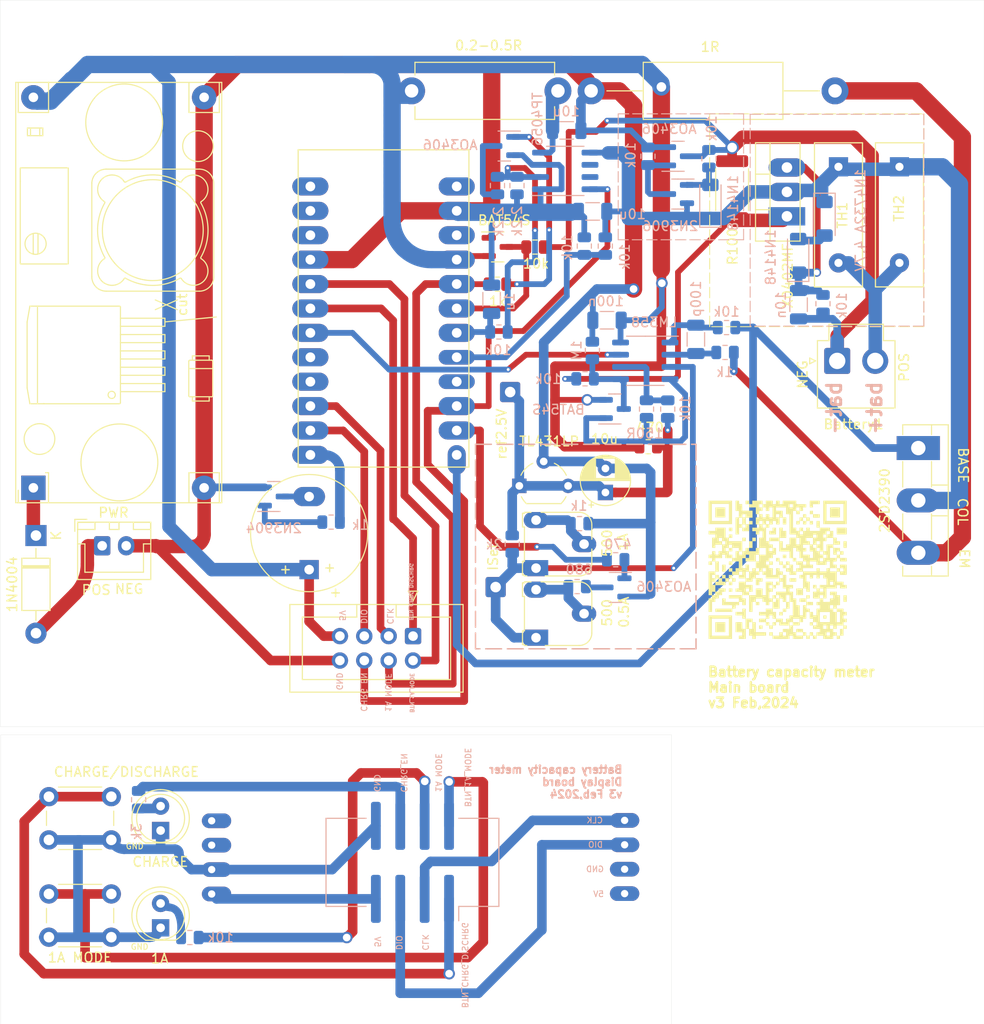
<source format=kicad_pcb>
(kicad_pcb (version 20221018) (generator pcbnew)
  (layers (0 "F.Cu" signal) (31 "B.Cu" signal) (34 "B.Paste" user) (35 "F.Paste" user) (36 "B.SilkS" user "B.Silkscreen") (37 "F.SilkS" user "F.Silkscreen") (38 "B.Mask" user) (39 "F.Mask" user) (44 "Edge.Cuts" user))
  (net 0 "")
  (net 1 "+5V")
  (net 2 "Net-(BZ1-+)")
  (net 3 "GND")
  (net 4 "Net-(U8-VCC)")
  (net 5 "I_SENSE")
  (net 6 "Net-(U2A--)")
  (net 7 "Net-(C8-Pad2)")
  (net 8 "2.5Vref")
  (net 9 "+12V")
  (net 10 "Net-(D1-A)")
  (net 11 "POLARITY_SENSE")
  (net 12 "Net-(Q1-B)")
  (net 13 "Net-(Q2-C)")
  (net 14 "DSCHRG_EN")
  (net 15 "Net-(Q3-E)")
  (net 16 "Net-(U8-PROG)")
  (net 17 "Net-(U10-D)")
  (net 18 "BUZZ")
  (net 19 "BAT_V_SENSE")
  (net 20 "ISET_Vref")
  (net 21 "Net-(R15-Pad1)")
  (net 22 "Net-(U9-G)")
  (net 23 "Net-(R17-Pad1)")
  (net 24 "!1A_MODE")
  (net 25 "Net-(U2B--)")
  (net 26 "CLK")
  (net 27 "DIO")
  (net 28 "Net-(U9-D)")
  (net 30 "CHRG_EN")
  (net 37 "Net-(Battery1-Pin_1)")
  (net 38 "Net-(Battery1-Pin_2)")
  (net 39 "BTN_CHARGE_DISCHARGE")
  (net 40 "BTN_1A_MODE")
  (net 41 "Net-(D3-A)")
  (net 42 "Net-(D4-A)")
  (net 43 "1A_MODE")
  (net 44 "Net-(U10-G)")
  (net 45 "Net-(D6-K)")
  (net 47 "Net-(D2-K)")
  (net 48 "Net-(D2-A)")
  (net 49 "Net-(D5-A)")
  (net 50 "Net-(D7-COM)")
  (net 51 "Net-(Q6-K)")
  (net 52 "OVP_SENSE")
  (footprint "Connector_JST:JST_VH_B2P-VH-B_1x02_P3.96mm_Vertical" (layer "F.Cu") (at 182.2401 85.4036)
    (fp_text reference "Battery1")
    (fp_text value "Charger" hide)
  )
  (footprint "Button_Switch_THT:SW_PUSH_6mm" (layer "F.Cu") (at 100.1534 140.879)
    (fp_text reference "SW2" hide)
    (fp_text value "1A MODE")
  )
  (footprint "!my-lib:PTC_1A_radial" (layer "F.Cu") (at 188.722 70.2056 -90)
    (fp_text reference "TH2")
    (fp_text value "1A")
  )
  (footprint "Resistor_THT:R_Axial_DIN0614_L14.3mm_D5.7mm_P15.24mm_Horizontal" (layer "F.Cu") (at 137.922 57.3024)
    (fp_text reference "R1" hide)
    (fp_text value "0.2-0.5R")
  )
  (footprint "MountingHole:MountingHole_2.2mm_M2" (layer "F.Cu") (at 162.4584 151.892 -90)
    (fp_text reference "H5" hide)
    (fp_text value "MountingHole" hide)
  )
  (footprint "Package_TO_SOT_THT:TO-92_Wide" (layer "F.Cu") (at 149.1376 98.4088)
    (fp_text reference "U6" hide)
    (fp_text value "TL431LP")
  )
  (footprint "MountingHole:MountingHole_3.2mm_M3" (layer "F.Cu") (at 193.6242 51.5874)
    (fp_text reference "H1" hide)
    (fp_text value "MountingHole" hide)
  )
  (footprint "Potentiometer_THT:Potentiometer_Runtron_RM-065_Vertical" (layer "F.Cu") (at 150.8795 114.210912 90)
    (fp_text reference "RV2" hide)
    (fp_text value "500")
  )
  (footprint "Buzzer_Beeper:Buzzer_12x9.5RM7.6" (layer "F.Cu") (at 127.254 107.1253 90)
    (fp_text reference "BZ1" hide)
    (fp_text value "Buzzer")
  )
  (footprint "!my-lib:7segments-medium" (layer "F.Cu") (at 136.603401 135.303)
    (fp_text reference "U3" hide)
    (fp_text value "TM1637Display")
  )
  (footprint "Resistor_SMD:R_0805_2012Metric" (layer "F.Cu") (at 162.56 94.3356)
    (fp_text reference "R13" hide)
    (fp_text value "470")
  )
  (footprint "MountingHole:MountingHole_3.2mm_M3" (layer "F.Cu") (at 99.497672 51.5874)
    (fp_text reference "H3" hide)
    (fp_text value "MountingHole" hide)
  )
  (footprint "Package_TO_SOT_SMD:SOT-23" (layer "F.Cu") (at 146.8859 73.5432)
    (fp_text reference "D9" hide)
    (fp_text value "BAT54S")
  )
  (footprint "Diode_THT:D_DO-41_SOD81_P10.16mm_Horizontal" (layer "F.Cu") (at 98.806 103.5793 -90)
    (fp_text reference "D1" hide)
    (fp_text value "1N4004")
  )
  (footprint "MountingHole:MountingHole_2.2mm_M2" (layer "F.Cu") (at 97.6884 126.873 -90)
    (fp_text reference "H8" hide)
    (fp_text value "MountingHole" hide)
  )
  (footprint "MountingHole:MountingHole_2.2mm_M2" (layer "F.Cu") (at 162.4584 126.746 -90)
    (fp_text reference "H6" hide)
    (fp_text value "MountingHole" hide)
  )
  (footprint "MountingHole:MountingHole_3.2mm_M3" (layer "F.Cu") (at 99.497672 119.731049)
    (fp_text reference "H4" hide)
    (fp_text value "MountingHole" hide)
  )
  (footprint "Resistor_SMD:R_0805_2012Metric" (layer "F.Cu") (at 146.8628 77.4192 180)
    (fp_text reference "R18" hide)
    (fp_text value "1k")
  )
  (footprint "MountingHole:MountingHole_3.2mm_M3" (layer "F.Cu") (at 193.6242 119.731049)
    (fp_text reference "H2" hide)
    (fp_text value "MountingHole" hide)
  )
  (footprint "Resistor_SMD:R_0805_2012Metric" (layer "F.Cu") (at 150.7744 73.5584 180)
    (fp_text reference "R22" hide)
    (fp_text value "10k")
  )
  (footprint "LED_THT:LED_D5.0mm" (layer "F.Cu") (at 111.7854 144.404 90)
    (fp_text reference "D4" hide)
    (fp_text value "1A")
  )
  (footprint "LOGO" (layer "F.Cu") (at 176.1236 107.2)
    (fp_text reference "G***" hide)
    (fp_text value "LOGO" hide)
  )
  (footprint "Potentiometer_THT:Potentiometer_Runtron_RM-065_Vertical" (layer "F.Cu") (at 150.8795 106.971912 90)
    (fp_text reference "RV1" hide)
    (fp_text value "500")
  )
  (footprint "Package_TO_SOT_THT:TO-220-3_Vertical" (layer "F.Cu") (at 177.0054 70.358 90)
    (fp_text reference "Q6" hide)
    (fp_text value "X0402MF")
  )
  (footprint "Package_TO_SOT_THT:TO-3P-3_Vertical" (layer "F.Cu") (at 190.6838 94.4736 -90)
    (fp_text reference "Q3" hide)
    (fp_text value "2SD2390")
  )
  (footprint "Capacitor_THT:CP_Radial_D5.0mm_P2.50mm" (layer "F.Cu") (at 158.1038 99.097912 90)
    (fp_text reference "C9" hide)
    (fp_text value "10u")
  )
  (footprint "Button_Switch_THT:SW_PUSH_6mm" (layer "F.Cu") (at 100.1534 130.755)
    (fp_text reference "SW1" hide)
    (fp_text value "CHARGE/DISCHARGE")
  )
  (footprint "Connector_JST:JST_XH_B2B-XH-A_1x02_P2.50mm_Vertical" (layer "F.Cu") (at 105.704 104.6461)
    (fp_text reference "J5" hide)
    (fp_text value "PWR")
  )
  (footprint "Connector_IDC:IDC-Header_2x04_P2.54mm_Vertical" (layer "F.Cu") (at 138.0744 114.046 -90)
    (fp_text reference "J3" hide)
    (fp_text value "Conn_MainBoard")
  )
  (footprint "Connector_Wire:SolderWire-0.5sqmm_1x01_D0.9mm_OD2.1mm" (layer "F.Cu") (at 146.6738 108.942312)
    (fp_text reference "TP1" hide)
    (fp_text value "ISet")
  )
  (footprint "Resistor_THT:R_Axial_DIN0614_L14.3mm_D5.7mm_P25.40mm_Horizontal" (layer "F.Cu") (at 156.6164 57.3024)
    (fp_text reference "R12" hide)
    (fp_text value "1R")
  )
  (footprint "Connector_Wire:SolderWire-0.5sqmm_1x01_D0.9mm_OD2.1mm" (layer "F.Cu") (at 148.1836 88.646)
    (fp_text reference "AREF1" hide)
    (fp_text value "Pin20")
  )
  (footprint "!my-lib:ARDUINO_PRO_MINI_NO_PRG_HEADER" (layer "F.Cu") (at 135 79.9473)
    (fp_text reference "U7" hide)
    (fp_text value "Arduino_pro_mini")
  )
  (footprint "Resistor_SMD:R_2512_6332Metric" (layer "F.Cu") (at 171.2976 67.5801 90)
    (fp_text reference "R23" hide)
    (fp_text value "R100")
  )
  (footprint "LED_THT:LED_D5.0mm" (layer "F.Cu") (at 111.7854 134.28 90)
    (fp_text reference "D3" hide)
    (fp_text value "CHARGE")
  )
  (footprint "!my-lib:PTC_1A_radial" (layer "F.Cu") (at 182.372 70.2056 -90)
    (fp_text reference "TH1")
    (fp_text value "1A")
  )
  (footprint "!my-lib:LM2596_StepDown_pot" (layer "F.Cu") (at 95.9975 101.1548 90)
    (fp_text reference "U1" hide)
    (fp_text value "LM2596_StepDown_Module")
  )
  (footprint "MountingHole:MountingHole_2.2mm_M2" (layer "F.Cu") (at 97.5614 151.892 -90)
    (fp_text reference "H7" hide)
    (fp_text value "MountingHole" hide)
  )
  (footprint "Resistor_SMD:R_0805_2012Metric" (layer "B.Cu") (at 148.401 104.471912 -90)
    (fp_text reference "R14" hide)
    (fp_text value "2k")
  )
  (footprint "Capacitor_SMD:C_1206_3216Metric" (layer "B.Cu") (at 167.5222 83.1618 90)
    (fp_text reference "C8" hide)
    (fp_text value "100p")
  )
  (footprint "Package_TO_SOT_SMD:SOT-23" (layer "B.Cu") (at 123.571 99.5153)
    (fp_text reference "Q1" hide)
    (fp_text value "2N3904")
  )
  (footprint "Resistor_SMD:R_0805_2012Metric" (layer "B.Cu") (at 155.4114 102.338312)
    (fp_text reference "R15" hide)
    (fp_text value "1k")
  )
  (footprint "Resistor_SMD:R_0805_2012Metric" (layer "B.Cu") (at 114.8334 145.415 180)
    (fp_text reference "R20" hide)
    (fp_text value "10k")
  )
  (footprint "Capacitor_SMD:C_1206_3216Metric" (layer "B.Cu") (at 156.7688 69.85 180)
    (fp_text reference "C6" hide)
    (fp_text value "10u")
  )
  (footprint "Package_TO_SOT_SMD:SOT-23" (layer "B.Cu") (at 159.1475 108.977912 180)
    (fp_text reference "U9" hide)
    (fp_text value "AO3406")
  )
  (footprint "Capacitor_SMD:C_1206_3216Metric" (layer "B.Cu") (at 158.2699 81.1738 180)
    (fp_text reference "C2" hide)
    (fp_text value "100n")
  )
  (footprint "Resistor_SMD:R_0805_2012Metric" (layer "B.Cu") (at 180.75835 79.453 -90)
    (fp_text reference "R21" hide)
    (fp_text value "10k")
  )
  (footprint "Package_SO:SO-8_3.9x4.9mm_P1.27mm" (layer "B.Cu") (at 153.924 65.6336)
    (fp_text reference "U8" hide)
    (fp_text value "TP4056")
  )
  (footprint "Package_TO_SOT_SMD:SOT-23" (layer "B.Cu") (at 165.6588 68.0416 180)
    (fp_text reference "Q2" hide)
    (fp_text value "2N3906")
  )
  (footprint "Diode_SMD:D_MiniMELF" (layer "B.Cu") (at 180.919 70.612 -90)
    (fp_text reference "D5" hide)
    (fp_text value "1N4732A 4.7V")
  )
  (footprint "Connector_IDC:IDC-Header_2x04_P2.54mm_Vertical_SMD" (layer "B.Cu") (at 138.010401 137.589 90)
    (fp_text reference "J4" hide)
    (fp_text value "Conn_DisplayBoard")
  )
  (footprint "Diode_SMD:D_MiniMELF" (layer "B.Cu") (at 178.1758 74.4728 90)
    (fp_text reference "D6" hide)
    (fp_text value "1N4148")
  )
  (footprint "Package_TO_SOT_SMD:SOT-23" (layer "B.Cu") (at 147.574 63.0428 180)
    (fp_text reference "U10" hide)
    (fp_text value "AO3406")
  )
  (footprint "Package_TO_SOT_SMD:SOT-23" (layer "B.Cu") (at 165.6588 64.1096)
    (fp_text reference "U5" hide)
    (fp_text value "AO3406")
  )
  (footprint "Resistor_SMD:R_0805_2012Metric" (layer "B.Cu") (at 155.1574 108.891512)
    (fp_text reference "R17" hide)
    (fp_text value "680")
  )
  (footprint "Resistor_SMD:R_0805_2012Metric" (layer "B.Cu") (at 147.0152 82.3976 180)
    (fp_text reference "R2" hide)
    (fp_text value "10k")
  )
  (footprint "Capacitor_SMD:C_1206_3216Metric" (layer "B.Cu") (at 154.0764 61.4172)
    (fp_text reference "C4" hide)
    (fp_text value "10u")
  )
  (footprint "Resistor_SMD:R_0805_2012Metric" (layer "B.Cu") (at 164.592 90.424 90)
    (fp_text reference "R25" hide)
    (fp_text value "10k")
  )
  (footprint "Package_SO:SO-8_3.9x4.9mm_P1.27mm" (layer "B.Cu") (at 162.2552 85.3948 180)
    (fp_text reference "U2" hide)
    (fp_text value "LM358")
  )
  (footprint "Resistor_SMD:R_0805_2012Metric" (layer "B.Cu") (at 156.7459 84.3234 90)
    (fp_text reference "R27" hide)
    (fp_text value "1M")
  )
  (footprint "Resistor_SMD:R_0805_2012Metric" (layer "B.Cu") (at 162.5323 64.1096 -90)
    (fp_text reference "R7" hide)
    (fp_text value "10k")
  )
  (footprint "Resistor_SMD:R_0805_2012Metric" (layer "B.Cu") (at 170.7159 81.9358)
    (fp_text reference "R11" hide)
    (fp_text value "10k")
  )
  (footprint "Diode_SMD:D_MiniMELF" (layer "B.Cu") (at 169.0347 68.834 90)
    (fp_text reference "D2" hide)
    (fp_text value "1N4148")
  )
  (footprint "Resistor_SMD:R_0805_2012Metric" (layer "B.Cu") (at 129.54 102.1823 180)
    (fp_text reference "R5" hide)
    (fp_text value "1k")
  )
  (footprint "Resistor_SMD:R_0805_2012Metric" (layer "B.Cu") (at 109.4994 131.069 -90)
    (fp_text reference "R19" hide)
    (fp_text value "3k")
  )
  (footprint "Resistor_SMD:R_0805_2012Metric" (layer "B.Cu") (at 162.3847 90.4194 -90)
    (fp_text reference "R26" hide)
    (fp_text value "150R")
  )
  (footprint "Capacitor_SMD:C_1206_3216Metric" (layer "B.Cu") (at 178.21835 79.5546 -90)
    (fp_text reference "C1" hide)
    (fp_text value "10n")
  )
  (footprint "Resistor_SMD:R_0805_2012Metric" (layer "B.Cu") (at 155.9839 87.2698)
    (fp_text reference "R24" hide)
    (fp_text value "10k")
  )
  (footprint "Resistor_SMD:R_0805_2012Metric" (layer "B.Cu") (at 146.8628 67.1576 -90)
    (fp_text reference "R4" hide)
    (fp_text value "2.2k")
  )
  (footprint "Resistor_SMD:R_0805_2012Metric" (layer "B.Cu") (at 155.9052 73.4568 90)
    (fp_text reference "R10" hide)
    (fp_text value "10k")
  )
  (footprint "Resistor_SMD:R_0805_2012Metric" (layer "B.Cu") (at 170.5635 84.5266)
    (fp_text reference "R9" hide)
    (fp_text value "1k")
  )
  (footprint "Capacitor_SMD:C_1206_3216Metric" (layer "B.Cu") (at 146.2532 78.9922 90)
    (fp_text reference "C5" hide)
    (fp_text value "1u")
  )
  (footprint "Resistor_SMD:R_0805_2012Metric" (layer "B.Cu") (at 158.0896 73.4568 -90)
    (fp_text reference "R6" hide)
    (fp_text value "10k")
  )
  (footprint "Resistor_SMD:R_0805_2012Metric" (layer "B.Cu") (at 148.8948 67.1576 -90)
    (fp_text reference "R3" hide)
    (fp_text value "2.2k")
  )
  (footprint "Resistor_SMD:R_0805_2012Metric" (layer "B.Cu") (at 168.8823 64.3636 -90)
    (fp_text reference "R8" hide)
    (fp_text value "10k")
  )
  (footprint "Resistor_SMD:R_0805_2012Metric" (layer "B.Cu") (at 159.1725 106.097512 180)
    (fp_text reference "R16" hide)
    (fp_text value "470")
  )
  (footprint "Package_TO_SOT_SMD:SOT-23" (layer "B.Cu") (at 159.0779 90.4088)
    (fp_text reference "D7" hide)
    (fp_text value "BAT54S")
  )
  (gr_rect (start 159.4358 59.69) (end 172.4914 72.7964) (stroke (width 0.1) (type dash)) (fill none) (layer "B.SilkS"))
  (gr_rect (start 144.5768 94.0816) (end 167.5384 115.3668) (stroke (width 0.15) (type dash)) (fill none) (layer "B.SilkS"))
  (gr_rect (start 173.1772 59.7408) (end 191.262 81.788) (stroke (width 0.1) (type dash)) (fill none) (layer "B.SilkS"))
  (gr_rect (start 168.9608 59.69) (end 191.262 81.8388) (stroke (width 0.1) (type dash)) (fill none) (layer "F.SilkS"))
  (gr_rect (start 95.1484 124.333) (end 164.9984 154.432) (stroke (width 0.02)) (fill none) (layer "Edge.Cuts"))
  (gr_rect (start 95.072 47.8559) (end 197.5296 123.4543) (stroke (width 0.02)) (fill none) (layer "Edge.Cuts"))
  (gr_text "GND" (at 133.969001 130.3166 270) (layer "B.SilkS") (effects (font (size 0.6 0.6) (thickness 0.1) bold) (justify left bottom mirror)))
  (gr_text "CLK" (at 135.3312 112.8776 -90) (layer "B.SilkS") (effects (font (size 0.6 0.6) (thickness 0.1) bold) (justify left bottom mirror)))
  (gr_text "CHRG_EN" (at 132.588 121.9708 270) (layer "B.SilkS") (effects (font (size 0.6 0.6) (thickness 0.1) bold) (justify left bottom mirror)))
  (gr_text "5V" (at 130.3528 112.522 -90) (layer "B.SilkS") (effects (font (size 0.6 0.6) (thickness 0.1) bold) (justify left bottom mirror)))
  (gr_text "5V" (at 157.997401 141.2386) (layer "B.SilkS") (effects (font (size 0.6 0.6) (thickness 0.1) bold) (justify left bottom mirror)))
  (gr_text "BTN_1A_MODE" (at 143.417801 131.8914 270) (layer "B.SilkS") (effects (font (size 0.6 0.6) (thickness 0.1) bold) (justify left bottom mirror)))
  (gr_text "BTN_CHRG_DISCHRG\n" (at 143.113001 152.821 270) (layer "B.SilkS") (effects (font (size 0.6 0.6) (thickness 0.1) bold) (justify left bottom mirror)))
  (gr_text "1A MODE" (at 140.369801 130.3166 270) (layer "B.SilkS") (effects (font (size 0.6 0.6) (thickness 0.1) bold) (justify left bottom mirror)))
  (gr_text "bat-" (at 182.8 87.4 90) (layer "B.SilkS") (effects (font (size 1.5 1.5) (thickness 0.3) bold) (justify left bottom mirror)))
  (gr_text "1A MODE" (at 135.128 121.9708 270) (layer "B.SilkS") (effects (font (size 0.6 0.6) (thickness 0.1) bold) (justify left bottom mirror)))
  (gr_text "CLK" (at 157.895801 133.5678) (layer "B.SilkS") (effects (font (size 0.6 0.6) (thickness 0.1) bold) (justify left bottom mirror)))
  (gr_text "5V" (at 134.019801 146.471 -90) (layer "B.SilkS") (effects (font (size 0.6 0.6) (thickness 0.1) bold) (justify left bottom mirror)))
  (gr_text "GND" (at 130.048 119.7356 270) (layer "B.SilkS") (effects (font (size 0.6 0.6) (thickness 0.1) bold) (justify left bottom mirror)))
  (gr_text "CLK" (at 138.998201 146.8266 -90) (layer "B.SilkS") (effects (font (size 0.6 0.6) (thickness 0.1) bold) (justify left bottom mirror)))
  (gr_text "CHRG_EN" (at 136.763001 130.3674 270) (layer "B.SilkS") (effects (font (size 0.6 0.6) (thickness 0.1) bold) (justify left bottom mirror)))
  (gr_text "BTN_CHRG_DISCHRG\n" (at 137.6172 112.4712 270) (layer "B.SilkS") (effects (font (size 0.4 0.4) (thickness 0.1) bold) (justify left bottom mirror)))
  (gr_text "bat+" (at 187 87.4 90) (layer "B.SilkS") (effects (font (size 1.5 1.5) (thickness 0.3) bold) (justify left bottom mirror)))
  (gr_text "DIO" (at 132.588 112.8268 -90) (layer "B.SilkS") (effects (font (size 0.6 0.6) (thickness 0.1) bold) (justify left bottom mirror)))
  (gr_text "DIO" (at 157.895801 136.1078) (layer "B.SilkS") (effects (font (size 0.6 0.6) (thickness 0.1) bold) (justify left bottom mirror)))
  (gr_text "DIO" (at 136.255001 146.7758 -90) (layer "B.SilkS") (effects (font (size 0.6 0.6) (thickness 0.1) bold) (justify left bottom mirror)))
  (gr_text "Battery capacity meter\nDisplay board\nv3 Feb,2024" (at 159.978601 130.977) (layer "B.SilkS") (effects (font (size 0.8 0.8) (thickness 0.2) bold) (justify left bottom mirror)))
  (gr_text "GND" (at 157.997401 138.6478) (layer "B.SilkS") (effects (font (size 0.6 0.6) (thickness 0.1) bold) (justify left bottom mirror)))
  (gr_text "BTN_1A_MODE" (at 137.7188 122.0724 270) (layer "B.SilkS") (effects (font (size 0.4 0.4) (thickness 0.1) bold) (justify left bottom mirror)))
  (gr_text "GND" (at 108.111801 136.2602) (layer "F.SilkS") (effects (font (size 0.6 0.6) (thickness 0.1) bold) (justify left bottom)))
  (gr_text "COL" (at 194.7164 99.568 -90) (layer "F.SilkS") (effects (font (size 1 1) (thickness 0.152)) (justify left bottom)))
  (gr_text "GND" (at 108.619801 146.725) (layer "F.SilkS") (effects (font (size 0.6 0.6) (thickness 0.1) bold) (justify left bottom)))
  (gr_text "EM" (at 194.8984 104.862 -90) (layer "F.SilkS") (effects (font (size 1 1) (thickness 0.152)) (justify left bottom)))
  (gr_text "0.5A" (at 160.6185 113.274912 90) (layer "F.SilkS") (effects (font (size 1 1) (thickness 0.152)) (justify left bottom)))
  (gr_text "NEG" (at 179.2224 88.392 90) (layer "F.SilkS") (effects (font (size 1 1) (thickness 0.152)) (justify left bottom)))
  (gr_text "+" (at 129.3876 107.0337 180) (layer "F.SilkS") (effects (font (size 1 1))))
  (gr_text "+" (at 129.286 110.0563) (layer "F.SilkS") (effects (font (size 1 1) (thickness 0.152)) (justify left bottom)))
  (gr_text "POS" (at 103.4796 109.8277) (layer "F.SilkS") (effects (font (size 1 1) (thickness 0.152)) (justify left bottom)))
  (gr_text "POS" (at 189.7888 87.6808 90) (layer "F.SilkS") (effects (font (size 1 1) (thickness 0.152)) (justify left bottom)))
  (gr_text "BASE" (at 194.7714 94.321 -90) (layer "F.SilkS") (effects (font (size 1 1) (thickness 0.152)) (justify left bottom)))
  (gr_text "1A" (at 160.4915 105.273912 90) (layer "F.SilkS") (effects (font (size 1 1) (thickness 0.152)) (justify left bottom)))
  (gr_text "ref2.5V" (at 147.8788 95.758 90) (layer "F.SilkS") (effects (font (size 1 1) (thickness 0.152)) (justify left bottom)))
  (gr_text "Battery capacity meter\nMain board\nv3 Feb,2024" (at 168.656 121.5764) (layer "F.SilkS") (effects (font (size 1 1) (thickness 0.25) bold) (justify left bottom)))
  (gr_text "NEG" (at 106.934 109.7261) (layer "F.SilkS") (effects (font (size 1 1) (thickness 0.152)) (justify left bottom)))
  (segment (start 163.9316 56.896) (end 163.9316 75.8952) (width 1.8) (layer "F.Cu") (net 1))
  (segment (start 163.9316 75.8952) (end 163.9316 85.9536) (width 1) (layer "F.Cu") (net 1))
  (segment (start 145.9484 74.4932) (end 142.9941 74.4932) (width 0.6) (layer "F.Cu") (net 1))
  (segment (start 156.21 89.4588) (end 152.8572 89.4588) (width 0.6) (layer "F.Cu") (net 1))
  (segment (start 152.8572 85.9536) (end 152.8572 89.4588) (width 1) (layer "F.Cu") (net 1))
  (segment (start 130.4544 114.046) (end 128.778 114.046) (width 1) (layer "F.Cu") (net 1))
  (segment (start 128.778 114.046) (end 127.254 112.522) (width 1) (layer "F.Cu") (net 1))
  (segment (start 152.8572 89.4588) (end 152.8572 93.3196) (width 1) (layer "F.Cu") (net 1))
  (segment (start 127.254 112.522) (end 127.254 107.1253) (width 1) (layer "F.Cu") (net 1))
  (segment (start 161.6475 94.3356) (end 153.8732 94.3356) (width 1) (layer "F.Cu") (net 1))
  (segment (start 163.9316 85.9536) (end 152.8572 85.9536) (width 1) (layer "F.Cu") (net 1))
  (segment (start 153.8732 94.3356) (end 152.8572 93.3196) (width 1) (layer "F.Cu") (net 1))
  (via (at 156.21 89.4588) (size 1.2) (drill 0.8) (layers "F.Cu" "B.Cu") (net 1))
  (via (at 163.9316 56.896) (size 1.4) (drill 1) (layers "F.Cu" "B.Cu") (net 1))
  (via (at 163.9824 77.3176) (size 1.2) (drill 0.8) (layers "F.Cu" "B.Cu") (net 1))
  (segment (start 135.89 61.25655) (end 135.89 61.95505) (width 1.8) (layer "B.Cu") (net 1))
  (segment (start 135.89 56.557298) (end 135.89 56.684361) (width 1.8) (layer "B.Cu") (net 1))
  (segment (start 135.89 61.95505) (end 135.89 62.65355) (width 1.8) (layer "B.Cu") (net 1))
  (segment (start 135.89 63.35205) (end 135.89 64.05055) (width 1.8) (layer "B.Cu") (net 1))
  (segment (start 135.89 57.367238) (end 135.89 57.462362) (width 1.8) (layer "B.Cu") (net 1))
  (segment (start 135.89 60.55805) (end 135.89 61.25655) (width 1.8) (layer "B.Cu") (net 1))
  (segment (start 102.615171 56.151092) (end 102.548108 56.151092) (width 1.8) (layer "B.Cu") (net 1))
  (segment (start 163.8808 56.8452) (end 163.9316 56.896) (width 1.8) (layer "B.Cu") (net 1))
  (segment (start 163.9824 79.8068) (end 162.6154 81.1738) (width 0.6) (layer "B.Cu") (net 1))
  (segment (start 135.89 65.44755) (end 135.89 66.14605) (width 1.8) (layer "B.Cu") (net 1))
  (segment (start 130.9624 54.5573) (end 161.8977 54.5573) (width 1.8) (layer "B.Cu") (net 1))
  (segment (start 135.89 68.24155) (end 135.89 68.94005) (width 1.8) (layer "B.Cu") (net 1))
  (segment (start 135.89 62.65355) (end 135.89 63.35205) (width 1.8) (layer "B.Cu") (net 1))
  (segment (start 117.1253 107.1253) (end 127.254 107.1253) (width 1.4) (layer "B.Cu") (net 1))
  (segment (start 112.6625 102.6625) (end 117.1253 107.1253) (width 1.4) (layer "B.Cu") (net 1))
  (segment (start 159.7449 81.1738) (end 162.6154 81.1738) (width 0.6) (layer "B.Cu") (net 1))
  (segment (start 117.609401 141.389) (end 117.103401 140.883) (width 1) (layer "B.Cu") (net 1))
  (segment (start 135.89 56.684361) (end 135.89 56.938487) (width 1.8) (layer "B.Cu") (net 1))
  (segment (start 135.89 64.74905) (end 135.89 65.44755) (width 1.8) (layer "B.Cu") (net 1))
  (segment (start 133.546856 54.5573) (end 130.9624 54.5573) (width 1.8) (layer "B.Cu") (net 1))
  (segment (start 135.89 59.16105) (end 135.89 59.85955) (width 1.8) (layer "B.Cu") (net 1))
  (segment (start 135.89 70.33705) (end 135.89 70.765122) (width 1.8) (layer "B.Cu") (net 1))
  (segment (start 130.9624 54.5573) (end 110.8456 54.5573) (width 1.8) (layer "B.Cu") (net 1))
  (segment (start 139.992177 74.8673) (end 142.62 74.8673) (width 1.8) (layer "B.Cu") (net 1))
  (segment (start 135.89 57.462362) (end 135.89 57.76405) (width 1.8) (layer "B.Cu") (net 1))
  (segment (start 135.89 64.05055) (end 135.89 64.74905) (width 1.8) (layer "B.Cu") (net 1))
  (segment (start 135.89 58.46255) (end 135.89 59.16105) (width 1.8) (layer "B.Cu") (net 1))
  (segment (start 100.33 58.3692) (end 98.9319 58.3692) (width 1.8) (layer "B.Cu") (net 1))
  (segment (start 135.89 66.14605) (end 135.89 66.84455) (width 1.8) (layer "B.Cu") (net 1))
  (segment (start 112.6625 56.3742) (end 112.6625 102.6625) (width 1.4) (layer "B.Cu") (net 1))
  (segment (start 98.9319 58.3692) (end 98.5375 57.9748) (width 1.8) (layer "B.Cu") (net 1))
  (segment (start 135.89 57.272114) (end 135.89 57.367238) (width 1.8) (layer "B.Cu") (net 1))
  (segment (start 135.89 57.76405) (end 135.89 58.46255) (width 1.8) (layer "B.Cu") (net 1))
  (segment (start 135.89 56.938487) (end 135.89 57.272114) (width 1.8) (layer "B.Cu") (net 1))
  (segment (start 135.89 69.63855) (end 135.89 70.33705) (width 1.8) (layer "B.Cu") (net 1))
  (segment (start 135.89 57.76405) (end 137.72325 57.76405) (width 1.8) (layer "B.Cu") (net 1))
  (segment (start 163.9824 77.3176) (end 163.9824 79.8068) (width 0.6) (layer "B.Cu") (net 1))
  (segment (start 135.89 59.85955) (end 135.89 60.55805) (width 1.8) (layer "B.Cu") (net 1))
  (segment (start 161.8977 54.5573) (end 163.8808 56.5404) (width 1.8) (layer "B.Cu") (net 1))
  (segment (start 110.8456 54.5573) (end 104.208963 54.5573) (width 1.8) (layer "B.Cu") (net 1))
  (segment (start 134.200401 141.389) (end 117.609401 141.389) (width 1) (layer "B.Cu") (net 1))
  (segment (start 135.89 68.94005) (end 135.89 69.63855) (width 1.8) (layer "B.Cu") (net 1))
  (segment (start 102.615171 56.151092) (end 104.208963 54.5573) (width 1.8) (layer "B.Cu") (net 1))
  (segment (start 112.6625 56.3742) (end 110.8456 54.5573) (width 1.4) (layer "B.Cu") (net 1))
  (segment (start 159.6802 83.4898) (end 159.6802 81.2385) (width 0.6) (layer "B.Cu") (net 1))
  (segment (start 135.89 67.54305) (end 135.89 68.24155) (width 1.8) (layer "B.Cu") (net 1))
  (segment (start 102.548108 56.151092) (end 100.33 58.3692) (width 1.8) (layer "B.Cu") (net 1))
  (segment (start 135.89 66.84455) (end 135.89 67.54305) (width 1.8) (layer "B.Cu") (net 1))
  (segment (start 163.8808 56.5404) (end 163.8808 56.8452) (width 1.8) (layer "B.Cu") (net 1))
  (segment (start 158.1404 89.4588) (end 156.21 89.4588) (width 0.6) (layer "B.Cu") (net 1))
  (arc (start 137.0915 73.6658) (mid 138.422342 74.55504) (end 139.992177 74.8673) (width 1.8) (layer "B.Cu") (net 1))
  (arc (start 137.0915 73.6658) (mid 136.202259 72.334957) (end 135.89 70.765122) (width 1.8) (layer "B.Cu") (net 1))
  (arc (start 135.89 56.557298) (mid 135.203709 55.143085) (end 133.546856 54.5573) (width 1.8) (layer "B.Cu") (net 1))
  (segment (start 127.236928 99.5153) (end 124.5085 99.5153) (width 0.6) (layer "B.Cu") (net 2))
  (segment (start 142.62 69.7873) (end 136.7655 69.7873) (width 1.8) (layer "F.Cu") (net 3))
  (segment (start 154.4828 54.5592) (end 145.8976 54.5592) (width 1.8) (layer "F.Cu") (net 3))
  (segment (start 111.379 104.7223) (end 111.3028 104.6461) (width 1.4) (layer "F.Cu") (net 3))
  (segment (start 156.1592 56.2864) (end 154.4828 54.61) (width 1.8) (layer "F.Cu") (net 3))
  (segment (start 136.7655 69.7873) (end 131.6855 74.8673) (width 1.8) (layer "F.Cu") (net 3))
  (segment (start 131.6855 74.8673) (end 127.38 74.8673) (width 1.8) (layer "F.Cu") (net 3))
  (segment (start 119.7331 54.5592) (end 116.3175 57.9748) (width 1.8) (layer "F.Cu") (net 3))
  (segment (start 159.512 57.3024) (end 161.036 58.8264) (width 1.8) (layer "F.Cu") (net 3))
  (segment (start 119.7331 54.5592) (end 145.8976 54.5592) (width 1.8) (layer "F.Cu") (net 3))
  (segment (start 146.2651 69.7873) (end 146.2651 54.9267) (width 1.8) (layer "F.Cu") (net 3))
  (segment (start 146.2651 54.9267) (end 145.8976 54.5592) (width 1.8) (layer "F.Cu") (net 3))
  (segment (start 116.3175 103.446237) (end 116.3175 98.6148) (width 1.4) (layer "F.Cu") (net 3))
  (segment (start 154.4828 54.61) (end 154.4828 54.5592) (width 1.8) (layer "F.Cu") (net 3))
  (segment (start 142.62 69.7873) (end 146.2651 69.7873) (width 1.8) (layer "F.Cu") (net 3))
  (segment (start 146.2651 72.2765) (end 146.2651 69.7873) (width 0.6) (layer "F.Cu") (net 3))
  (segment (start 156.6164 57.3024) (end 159.512 57.3024) (width 1.8) (layer "F.Cu") (net 3))
  (segment (start 161.036 58.8264) (end 161.036 77.9272) (width 1.8) (layer "F.Cu") (net 3))
  (segment (start 123.2427 116.586) (end 111.379 104.7223) (width 1) (layer "F.Cu") (net 3))
  (segment (start 130.4544 116.586) (end 123.2427 116.586) (width 1) (layer "F.Cu") (net 3))
  (segment (start 115.041437 104.7223) (end 111.379 104.7223) (width 1.4) (layer "F.Cu") (net 3))
  (segment (start 111.3028 104.6461) (end 108.204 104.6461) (width 1.4) (layer "F.Cu") (net 3))
  (segment (start 145.9484 72.5932) (end 146.2651 72.2765) (width 0.6) (layer "F.Cu") (net 3))
  (segment (start 116.3175 57.9748) (end 116.3175 98.6148) (width 1.8) (layer "F.Cu") (net 3))
  (via (at 161.036 77.9272) (size 1.2) (drill 0.8) (layers "F.Cu" "B.Cu") (net 3))
  (arc (start 115.94375 104.34855) (mid 115.529765 104.625165) (end 115.041437 104.7223) (width 1.4) (layer "F.Cu") (net 3))
  (arc (start 116.3175 103.446237) (mid 116.220365 103.934565) (end 115.94375 104.34855) (width 1.4) (layer "F.Cu") (net 3))
  (segment (start 165.9382 93.7768) (end 161.8234 93.7768) (width 0.6) (layer "B.Cu") (net 3))
  (segment (start 156.7459 83.4109) (end 156.7459 81.2228) (width 0.6) (layer "B.Cu") (net 3))
  (segment (start 162.685288 102.338312) (end 162.814 102.2096) (width 1) (layer "B.Cu") (net 3))
  (segment (start 151.349 67.5386) (end 151.349 69.6984) (width 0.6) (layer "B.Cu") (net 3))
  (segment (start 106.1064 145.384) (end 99.6064 145.384) (width 1) (layer "B.Cu") (net 3))
  (segment (start 155.5514 58.3674) (end 156.6164 57.3024) (width 1) (layer "B.Cu") (net 3))
  (segment (start 150.474001 64.9986) (end 149.468201 63.9928) (width 0.6) (layer "B.Cu") (net 3))
  (segment (start 111.7854 134.244) (end 111.7854 136.058) (width 1) (layer "B.Cu") (net 3))
  (segment (start 142.62 69.7873) (end 142.7693 69.9366) (width 1.8) (layer "B.Cu") (net 3))
  (segment (start 134.200401 133.789) (end 129.646401 138.343) (width 1) (layer "B.Cu") (net 3))
  (segment (start 151.6776 95.8688) (end 151.6776 83.4756) (width 1) (layer "B.Cu") (net 3))
  (segment (start 156.1084 93.7641) (end 156.1211 93.7768) (width 0.6) (layer "B.Cu") (net 3))
  (segment (start 122.6335 98.5653) (end 116.367 98.5653) (width 0.8) (layer "B.Cu") (net 3))
  (segment (start 162.5396 109.927912) (end 162.814 109.653512) (width 0.6) (layer "B.Cu") (net 3))
  (segment (start 160.7524 61.4172) (end 155.5514 61.4172) (width 0.6) (layer "B.Cu") (net 3))
  (segment (start 156.7949 81.1738) (end 156.7949 78.3583) (width 0.6) (layer "B.Cu") (net 3))
  (segment (start 153.543 67.5386) (end 153.543 65.3034) (width 0.6) (layer "B.Cu") (net 3))
  (segment (start 166.4082 93.3068) (end 165.9382 93.7768) (width 0.6) (layer "B.Cu") (net 3))
  (segment (start 162.4076 96.597912) (end 158.1038 96.597912) (width 1) (layer "B.Cu") (net 3))
  (segment (start 153.2382 64.9986) (end 151.349 64.9986) (width 0.6) (layer "B.Cu") (net 3))
  (segment (start 157.374688 95.8688) (end 158.1038 96.597912) (width 1) (layer "B.Cu") (net 3))
  (segment (start 162.814 109.653512) (end 162.814 102.2096) (width 1) (layer "B.Cu") (net 3))
  (segment (start 106.9884 135.804) (end 106.799088 135.614688) (width 1) (layer "B.Cu") (net 3))
  (segment (start 142.7693 69.9366) (end 146.2532 69.9366) (width 1.8) (layer "B.Cu") (net 3))
  (segment (start 160.085 109.927912) (end 162.5396 109.927912) (width 0.6) (layer "B.Cu") (net 3))
  (segment (start 156.1084 91.3588) (end 156.1084 93.7641) (width 0.6) (layer "B.Cu") (net 3))
  (segment (start 151.349 69.6984) (end 151.5872 69.9366) (width 0.6) (layer "B.Cu") (net 3))
  (segment (start 155.5514 61.4172) (end 155.5514 58.3674) (width 1) (layer "B.Cu") (net 3))
  (segment (start 153.543 65.3034) (end 153.2382 64.9986) (width 0.6) (layer "B.Cu") (net 3))
  (segment (start 129.646401 138.343) (end 117.103401 138.343) (width 1) (layer "B.Cu") (net 3))
  (segment (start 103.212054 135.255) (end 100.1534 135.255) (width 1) (layer "B.Cu") (net 3))
  (segment (start 157.226 77.9272) (end 161.036 77.9272) (width 1) (layer "B.Cu") (net 3))
  (segment (start 156.8958 78.2574) (end 157.226 77.9272) (width 1) (layer "B.Cu") (net 3))
  (segment (start 103.340747 135.255) (end 103.212054 135.255) (width 1) (layer "B.Cu") (net 3))
  (segment (start 146.2532 69.9366) (end 154.4978 69.9366) (width 1.8) (layer "B.Cu") (net 3))
  (segment (start 155.9052 72.5443) (end 155.9052 70.4614) (width 0.6) (layer "B.Cu") (net 3))
  (segment (start 148.8948 68.3222) (end 148.8948 69.835) (width 0.6) (layer "B.Cu") (net 3))
  (segment (start 164.7213 63.1596) (end 162.5698 63.1596) (width 0.6) (layer "B.Cu") (net 3))
  (segment (start 146.2532 77.5172) (end 146.2532 69.9366) (width 0.6) (layer "B.Cu") (net 3))
  (segment (start 156.1211 93.7768) (end 161.8234 93.7768) (width 0.6) (layer "B.Cu") (net 3))
  (segment (start 166.4082 88.8778) (end 166.4082 93.3068) (width 0.6) (layer "B.Cu") (net 3))
  (segment (start 106.1064 145.384) (end 110.616031 145.384) (width 1) (layer "B.Cu") (net 3))
  (segment (start 149.468201 63.9928) (end 148.5115 63.9928) (width 0.6) (layer "B.Cu") (net 3))
  (segment (start 162.814 97.004312) (end 162.4076 96.597912) (width 1) (layer "B.Cu") (net 3))
  (segment (start 117.103401 138.343) (end 115.000402 138.343) (width 1) (layer "B.Cu") (net 3))
  (segment (start 162.3847 91.3319) (end 162.3847 93.2155) (width 0.6) (layer "B.Cu") (net 3))
  (segment (start 158.1404 91.3588) (end 156.1084 91.3588) (width 0.6) (layer "B.Cu") (net 3))
  (segment (start 156.3239 102.338312) (end 162.685288 102.338312) (width 1) (layer "B.Cu") (net 3))
  (segment (start 151.349 64.9986) (end 150.474001 64.9986) (width 0.6) (layer "B.Cu") (net 3))
  (segment (start 103.1854 145.361001) (end 103.1854 135.410346) (width 1) (layer "B.Cu") (net 3))
  (segment (start 151.6776 83.4756) (end 156.8958 78.2574) (width 1) (layer "B.Cu") (net 3))
  (segment (start 162.5323 63.1971) (end 160.7524 61.4172) (width 0.6) (layer "B.Cu") (net 3))
  (segment (start 113.2844 136.221) (end 107.995127 136.221) (width 1) (layer "B.Cu") (net 3))
  (segment (start 156.7949 78.3583) (end 156.8958 78.2574) (width 0.6) (layer "B.Cu") (net 3))
  (segment (start 162.3847 93.2155) (end 161.8234 93.7768) (width 0.6) (layer "B.Cu") (net 3))
  (segment (start 151.349 67.5386) (end 153.543 67.5386) (width 0.6) (layer "B.Cu") (net 3))
  (segment (start 151.6776 95.8688) (end 157.374688 95.8688) (width 1) (layer "B.Cu") (net 3))
  (segment (start 162.814 102.2096) (end 162.814 97.004312) (width 1) (layer "B.Cu") (net 3))
  (segment (start 164.8302 87.2998) (end 166.4082 88.8778) (width 0.6) (layer "B.Cu") (net 3))
  (segment (start 115.000402 138.343) (end 113.977486 137.320085) (width 1) (layer "B.Cu") (net 3))
  (segment (start 103.340747 135.255) (end 106.6534 135.255) (width 1) (layer "B.Cu") (net 3))
  (segment (start 155.9052 70.4614) (end 155.2938 69.85) (width 0.6) (layer "B.Cu") (net 3))
  (arc (start 113.977486 137.320085) (mid 113.765012 137.002094) (end 113.6904 136.627) (width 1) (layer "B.Cu") (net 3))
  (arc (start 103.340747 135.255) (mid 103.281299 135.266825) (end 103.2309 135.3005) (width 1) (layer "B.Cu") (net 3))
  (arc (start 113.6904 136.627) (mid 113.571486 136.339914) (end 113.2844 136.221) (width 1) (layer "B.Cu") (net 3))
  (arc (start 103.2309 135.3005) (mid 103.197226 135.350897) (end 103.1854 135.410346) (width 1) (layer "B.Cu") (net 3))
  (arc (start 107.995127 136.221) (mid 107.45029 136.112625) (end 106.9884 135.804) (width 1) (layer "B.Cu") (net 3))
  (arc (start 110.616031 145.384) (mid 111.063529 145.294987) (end 111.4429 145.0415) (width 1) (layer "B.Cu") (net 3))
  (arc (start 103.2309 135.3005) (mid 103.236678 135.271453) (end 103.212054 135.255) (width 1) (layer "B.Cu") (net 3))
  (segment (start 152.6014 63.451) (end 152.6014 61.4172) (width 0.6) (layer "B.Cu") (net 4))
  (segment (start 151.349 63.7286) (end 152.3238 63.7286) (width 0.6) (layer "B.Cu") (net 4))
  (segment (start 152.6014 61.4172) (end 152.6014 57.863) (width 1.4) (layer "B.Cu") (net 4))
  (segment (start 152.3238 63.7286) (end 152.6014 63.451) (width 0.6) (layer "B.Cu") (net 4))
  (segment (start 145.6455 82.3976) (end 142.7097 82.3976) (width 0.6) (layer "B.Cu") (net 5))
  (segment (start 146.1027 82.3976) (end 146.1027 80.6177) (width 0.6) (layer "B.Cu") (net 5))
  (segment (start 164.8302 84.7598) (end 167.3992 84.7598) (width 0.6) (layer "B.Cu") (net 6))
  (segment (start 167.5222 84.6368) (end 169.5408 84.6368) (width 0.6) (layer "B.Cu") (net 6))
  (segment (start 165.4044 81.6868) (end 167.5222 81.6868) (width 0.6) (layer "B.Cu") (net 7))
  (segment (start 169.8034 81.9358) (end 167.7712 81.9358) (width 0.6) (layer "B.Cu") (net 7))
  (segment (start 165.2524 81.8388) (end 165.4044 81.6868) (width 0.6) (layer "B.Cu") (net 7))
  (segment (start 165.2524 83.0676) (end 165.2524 81.8388) (width 0.6) (layer "B.Cu") (net 7))
  (segment (start 164.8302 83.4898) (end 165.2524 83.0676) (width 0.6) (layer "B.Cu") (net 7))
  (segment (start 159.1564 99.097912) (end 164.494088 99.097912) (width 1) (layer "F.Cu") (net 8))
  (segment (start 164.592 92.6084) (end 164.592 94.3356) (width 1) (layer "F.Cu") (net 8))
  (segment (start 158.1038 99.097912) (end 159.1564 99.097912) (width 1) (layer "F.Cu") (net 8))
  (segment (start 164.592 94.3356) (end 164.592 99) (width 1) (layer "F.Cu") (net 8))
  (segment (start 164.494088 99.097912) (end 164.592 99) (width 0.6) (layer "F.Cu") (net 8))
  (segment (start 163.4725 94.3356) (end 164.592 94.3356) (width 0.8) (layer "F.Cu") (net 8))
  (via (at 164.592 92.6084) (size 0.6) (drill 0.3) (layers "F.Cu" "B.Cu") (net 8))
  (segment (start 148.401 103.559412) (end 148.401 99.1454) (width 1) (layer "B.Cu") (net 8))
  (segment (start 154.2176 98.4088) (end 149.1376 98.4088) (width 1) (layer "B.Cu") (net 8))
  (segment (start 149.1376 89.6) (end 148.1836 88.646) (width 1) (layer "B.Cu") (net 8))
  (segment (start 148.401 99.1454) (end 149.1376 98.4088) (width 1) (layer "B.Cu") (net 8))
  (segment (start 164.592 91.3365) (end 164.592 92.6084) (width 0.6) (layer "B.Cu") (net 8))
  (segment (start 154.2176 98.4088) (end 157.414688 98.4088) (width 1) (layer "B.Cu") (net 8))
  (segment (start 149.1376 98.4088) (end 149.1376 89.6) (width 1) (layer "B.Cu") (net 8))
  (segment (start 157.414688 98.4088) (end 158.1038 99.097912) (width 1) (layer "B.Cu") (net 8))
  (segment (start 98.5375 98.6148) (end 98.5375 103.3108) (width 1.4) (layer "F.Cu") (net 9))
  (segment (start 104.2352 104.6461) (end 105.704 104.6461) (width 1.4) (layer "F.Cu") (net 10))
  (segment (start 104.159 104.7223) (end 104.2352 104.6461) (width 1.4) (layer "F.Cu") (net 10))
  (segment (start 104.159 106.5543) (end 104.159 104.7223) (width 1.4) (layer "F.Cu") (net 10))
  (segment (start 102.86358 109.681719) (end 98.806 113.7393) (width 1.4) (layer "F.Cu") (net 10))
  (arc (start 102.86358 109.681719) (mid 103.822331 108.246847) (end 104.159 106.5543) (width 1.4) (layer "F.Cu") (net 10))
  (segment (start 147.8234 73.5432) (end 149.8467 73.5432) (width 0.6) (layer "F.Cu") (net 11))
  (segment (start 149.8619 78.6127) (end 149.8619 73.5584) (width 0.6) (layer "F.Cu") (net 11))
  (segment (start 142.62 79.9473) (end 148.5273 79.9473) (width 0.6) (layer "F.Cu") (net 11))
  (segment (start 148.5273 79.9473) (end 149.8619 78.6127) (width 0.6) (layer "F.Cu") (net 11))
  (segment (start 122.716294 102.1823) (end 128.6275 102.1823) (width 0.6) (layer "B.Cu") (net 12))
  (segment (start 122.6335 102.099505) (end 122.6335 100.4653) (width 0.6) (layer "B.Cu") (net 12))
  (arc (start 122.65775 102.15805) (mid 122.68461 102.175997) (end 122.716294 102.1823) (width 0.6) (layer "B.Cu") (net 12))
  (arc (start 122.6335 102.099505) (mid 122.639802 102.131189) (end 122.65775 102.15805) (width 0.6) (layer "B.Cu") (net 12))
  (segment (start 162.7328 68.0416) (end 164.7213 68.0416) (width 0.6) (layer "B.Cu") (net 13))
  (segment (start 162.5323 65.0221) (end 162.5323 67.8411) (width 0.6) (layer "B.Cu") (net 13))
  (segment (start 164.7213 65.0596) (end 162.5698 65.0596) (width 0.6) (layer "B.Cu") (net 13))
  (segment (start 173.4774 105.059) (end 161.6456 116.8908) (width 0.8) (layer "B.Cu") (net 14))
  (segment (start 142.62 114.934) (end 142.62 95.1873) (width 0.8) (layer "B.Cu") (net 14))
  (segment (start 173.4774 81.9358) (end 173.4774 105.059) (width 0.8) (layer "B.Cu") (net 14))
  (segment (start 173.4774 81.9358) (end 186.0152 94.4736) (width 0.8) (layer "B.Cu") (net 14))
  (segment (start 173.4774 81.9358) (end 171.6284 81.9358) (width 0.8) (layer "B.Cu") (net 14))
  (segment (start 190.6838 94.4736) (end 186.0152 94.4736) (width 0.8) (layer "B.Cu") (net 14))
  (segment (start 144.5768 116.8908) (end 142.62 114.934) (width 0.8) (layer "B.Cu") (net 14))
  (segment (start 161.6456 116.8908) (end 144.5768 116.8908) (width 0.8) (layer "B.Cu") (net 14))
  (segment (start 190.4492 57.3024) (end 195.2752 62.1284) (width 1.8) (layer "F.Cu") (net 15))
  (segment (start 190.6838 105.3736) (end 193.6496 105.3736) (width 1.8) (layer "F.Cu") (net 15))
  (segment (start 171.7978 86.4876) (end 190.6838 105.3736) (width 0.8) (layer "F.Cu") (net 15))
  (segment (start 195.2752 103.748) (end 193.6496 105.3736) (width 1.8) (layer "F.Cu") (net 15))
  (segment (start 182.0164 57.3024) (end 190.4492 57.3024) (width 1.8) (layer "F.Cu") (net 15))
  (segment (start 171.476 86.4876) (end 171.7978 86.4876) (width 0.8) (layer "F.Cu") (net 15))
  (segment (start 195.2752 62.1284) (end 195.2752 103.748) (width 1.8) (layer "F.Cu") (net 15))
  (via (at 171.476 86.4876) (size 0.6) (drill 0.3) (layers "F.Cu" "B.Cu") (net 15))
  (segment (start 171.476 84.5266) (end 171.476 86.4876) (width 0.8) (layer "B.Cu") (net 15))
  (segment (start 150.7744 71.8312) (end 150.7744 66.3956) (width 0.6) (layer "F.Cu") (net 16))
  (segment (start 149.7076 65.3288) (end 147.9296 65.3288) (width 0.6) (layer "F.Cu") (net 16))
  (segment (start 150.7744 66.3956) (end 149.7076 65.3288) (width 0.6) (layer "F.Cu") (net 16))
  (via (at 150.7744 71.8312) (size 0.6) (drill 0.3) (layers "F.Cu" "B.Cu") (net 16))
  (via (at 147.9296 65.3288) (size 0.6) (drill 0.3) (layers "F.Cu" "B.Cu") (net 16))
  (segment (start 150.7744 75.1332) (end 150.7744 71.8312) (width 0.6) (layer "B.Cu") (net 16))
  (segment (start 148.3849 75.1332) (end 147.9277 75.5904) (width 0.6) (layer "B.Cu") (net 16))
  (segment (start 147.9296 66.2686) (end 147.9296 65.3288) (width 0.6) (layer "B.Cu") (net 16))
  (segment (start 151.349 66.2686) (end 147.9296 66.2686) (width 0.6) (layer "B.Cu") (net 16))
  (segment (start 147.9277 75.5904) (end 147.9277 82.3976) (width 0.6) (layer "B.Cu") (net 16))
  (segment (start 150.7744 75.1332) (end 148.3849 75.1332) (width 0.6) (layer "B.Cu") (net 16))
  (segment (start 147.9296 66.2686) (end 146.7377 66.2686) (width 0.6) (layer "B.Cu") (net 16))
  (segment (start 146.8628 68.0701) (end 145.4893 68.0701) (width 0.6) (layer "B.Cu") (net 17))
  (segment (start 145.3388 67.9196) (end 145.4893 68.0701) (width 0.6) (layer "B.Cu") (net 17))
  (segment (start 146.6365 63.0428) (end 145.3388 63.0428) (width 0.6) (layer "B.Cu") (net 17))
  (segment (start 145.3388 63.0428) (end 145.3388 67.9196) (width 0.6) (layer "B.Cu") (net 17))
  (segment (start 130.4525 96.762106) (end 130.4525 102.1823) (width 1) (layer "B.Cu") (net 18))
  (segment (start 128.877693 95.1873) (end 127.38 95.1873) (width 1) (layer "B.Cu") (net 18))
  (arc (start 129.99125 95.64855) (mid 130.332625 96.159453) (end 130.4525 96.762106) (width 1) (layer "B.Cu") (net 18))
  (arc (start 128.877693 95.1873) (mid 129.480345 95.307174) (end 129.99125 95.64855) (width 1) (layer "B.Cu") (net 18))
  (segment (start 154.0783 74.3693) (end 154.0783 78.6754) (width 0.6) (layer "B.Cu") (net 19))
  (segment (start 142.62 85.0273) (end 147.7264 85.0273) (width 0.6) (layer "B.Cu") (net 19))
  (segment (start 158.0896 74.3693) (end 155.9052 74.3693) (width 0.6) (layer "B.Cu") (net 19))
  (segment (start 155.9052 74.3693) (end 154.0783 74.3693) (width 0.6) (layer "B.Cu") (net 19))
  (segment (start 154.0783 78.6754) (end 147.7264 85.0273) (width 0.6) (layer "B.Cu") (net 19))
  (segment (start 165.214488 106.971912) (end 150.8795 106.971912) (width 0.6) (layer "F.Cu") (net 20))
  (via (at 165.214488 106.971912) (size 0.6) (drill 0.3) (layers "F.Cu" "B.Cu") (net 20))
  (segment (start 146.6738 108.942312) (end 146.6738 112.295112) (width 1) (layer "B.Cu") (net 20))
  (segment (start 167.2082 104.7918) (end 167.2082 86.0298) (width 0.6) (layer "B.Cu") (net 20))
  (segment (start 150.8795 106.971912) (end 148.6442 106.971912) (width 1) (layer "B.Cu") (net 20))
  (segment (start 148.6442 106.971912) (end 148.401 106.728712) (width 1) (layer "B.Cu") (net 20))
  (segment (start 146.6738 112.295112) (end 148.5896 114.210912) (width 1) (layer "B.Cu") (net 20))
  (segment (start 148.5896 114.210912) (end 150.8795 114.210912) (width 1) (layer "B.Cu") (net 20))
  (segment (start 148.6442 106.971912) (end 146.6738 108.942312) (width 1) (layer "B.Cu") (net 20))
  (segment (start 165.214488 106.971912) (end 167.2082 104.7918) (width 0.6) (layer "B.Cu") (net 20))
  (segment (start 148.401 106.728712) (end 148.401 105.384412) (width 1) (layer "B.Cu") (net 20))
  (segment (start 167.2082 86.0298) (end 164.8302 86.0298) (width 0.6) (layer "B.Cu") (net 20))
  (segment (start 150.8795 101.971912) (end 154.1325 101.971912) (width 1) (layer "B.Cu") (net 21))
  (segment (start 154.4989 103.091312) (end 155.8795 104.471912) (width 1) (layer "B.Cu") (net 21))
  (segment (start 154.1325 101.971912) (end 154.4989 102.338312) (width 1) (layer "B.Cu") (net 21))
  (segment (start 154.4989 102.338312) (end 154.4989 103.091312) (width 1) (layer "B.Cu") (net 21))
  (segment (start 160.085 108.027912) (end 160.085 106.097512) (width 0.6) (layer "B.Cu") (net 22))
  (segment (start 150.8795 109.210912) (end 153.9255 109.210912) (width 1) (layer "B.Cu") (net 23))
  (segment (start 154.2449 110.076312) (end 155.8795 111.710912) (width 1) (layer "B.Cu") (net 23))
  (segment (start 153.9255 109.210912) (end 154.2449 108.891512) (width 1) (layer "B.Cu") (net 23))
  (segment (start 154.2449 108.891512) (end 154.2449 110.076312) (width 1) (layer "B.Cu") (net 23))
  (segment (start 145.0473 92.6473) (end 145.0473 102.5969) (width 0.8) (layer "F.Cu") (net 24))
  (segment (start 145.0473 102.5969) (end 147.2 104.7496) (width 0.8) (layer "F.Cu") (net 24))
  (segment (start 150.9776 104.7496) (end 147.2 104.7496) (width 0.8) (layer "F.Cu") (net 24))
  (segment (start 142.62 92.6473) (end 145.0473 92.6473) (width 0.8) (layer "F.Cu") (net 24))
  (via (at 150.9776 104.7496) (size 0.6) (drill 0.3) (layers "F.Cu" "B.Cu") (net 24))
  (segment (start 152.654 104.7496) (end 150.9776 104.7496) (width 0.6) (layer "B.Cu") (net 24))
  (segment (start 154.001912 106.097512) (end 152.654 104.7496) (width 0.6) (layer "B.Cu") (net 24))
  (segment (start 158.26 106.097512) (end 154.001912 106.097512) (width 0.6) (layer "B.Cu") (net 24))
  (segment (start 159.6802 86.0298) (end 162.2298 86.0298) (width 0.6) (layer "B.Cu") (net 25))
  (segment (start 162.3847 86.1847) (end 162.3847 89.5069) (width 0.6) (layer "B.Cu") (net 25))
  (segment (start 162.2298 86.0298) (end 162.3847 86.1847) (width 0.6) (layer "B.Cu") (net 25))
  (segment (start 164.592 89.5115) (end 162.3893 89.5115) (width 0.6) (layer "B.Cu") (net 25))
  (segment (start 134.6844 94.7321) (end 130.0596 90.1073) (width 0.8) (layer "F.Cu") (net 26))
  (segment (start 134.6844 113.196) (end 134.6844 94.7321) (width 0.8) (layer "F.Cu") (net 26))
  (segment (start 130.0596 90.1073) (end 127.38 90.1073) (width 0.8) (layer "F.Cu") (net 26))
  (segment (start 135.5344 114.046) (end 134.6844 113.196) (width 0.8) (layer "F.Cu") (net 26))
  (segment (start 150.5204 133.223) (end 146.2532 137.4902) (width 1) (layer "B.Cu") (net 26))
  (segment (start 139.280401 141.389) (end 139.280401 138.112999) (width 1) (layer "B.Cu") (net 26))
  (segment (start 160.103401 133.223) (end 150.5204 133.223) (width 1) (layer "B.Cu") (net 26))
  (segment (start 139.9032 137.4902) (end 139.280401 138.112999) (width 1) (layer "B.Cu") (net 26))
  (segment (start 146.2532 137.4902) (end 139.9032 137.4902) (width 1) (layer "B.Cu") (net 26))
  (segment (start 130.799312 92.6473) (end 127.38 92.6473) (width 0.8) (layer "F.Cu") (net 27))
  (segment (start 132.9944 114.046) (end 132.9944 94.842388) (width 0.8) (layer "F.Cu") (net 27))
  (segment (start 132.9944 94.842388) (end 130.799312 92.6473) (width 0.8) (layer "F.Cu") (net 27))
  (segment (start 144.8816 151.2062) (end 136.740401 151.2062) (width 1) (layer "B.Cu") (net 27))
  (segment (start 151.4856 135.763) (end 151.4856 144.653) (width 1) (layer "B.Cu") (net 27))
  (segment (start 136.740401 141.389) (end 136.740401 151.2062) (width 1) (layer "B.Cu") (net 27))
  (segment (start 160.103401 135.763) (end 151.4856 135.763) (width 1) (layer "B.Cu") (net 27))
  (segment (start 151.4348 144.653) (end 144.8816 151.2062) (width 1) (layer "B.Cu") (net 27))
  (segment (start 158.21 108.977912) (end 156.1563 108.977912) (width 0.6) (layer "B.Cu") (net 28))
  (segment (start 145.9484 82.296) (end 149.5552 82.296) (width 0.6) (layer "F.Cu") (net 30))
  (segment (start 158.3182 73.533) (end 158.3182 67.5386) (width 0.6) (layer "F.Cu") (net 30))
  (segment (start 142.127299 90.600001) (end 139.599999 90.600001) (width 0.8) (layer "F.Cu") (net 30))
  (segment (start 149.5552 82.296) (end 158.3182 73.533) (width 0.6) (layer "F.Cu") (net 30))
  (segment (start 139.599999 90.600001) (end 139.6 96.2) (width 0.8) (layer "F.Cu") (net 30))
  (segment (start 139.6 96.2) (end 143.4 100) (width 0.8) (layer "F.Cu") (net 30))
  (segment (start 145.9484 90.1073) (end 142.62 90.1073) (width 0.6) (layer "F.Cu") (net 30))
  (segment (start 133 120) (end 132.9944 116.586) (width 0.8) (layer "F.Cu") (net 30))
  (segment (start 143.4 120.8) (end 133 120.8) (width 0.8) (layer "F.Cu") (net 30))
  (segment (start 145.9484 90.1073) (end 145.9484 82.296) (width 0.6) (layer "F.Cu") (net 30))
  (segment (start 133 120.8) (end 133 120) (width 0.8) (layer "F.Cu") (net 30))
  (segment (start 143.4 100) (end 143.4 120.8) (width 0.8) (layer "F.Cu") (net 30))
  (via (at 158.3182 67.5386) (size 0.6) (drill 0.3) (layers "F.Cu" "B.Cu") (net 30))
  (segment (start 156.499 67.5386) (end 158.3182 67.5386) (width 0.6) (layer "B.Cu") (net 30))
  (segment (start 109.9479 129.708) (end 109.4994 130.1565) (width 1) (layer "B.Cu") (net 30))
  (segment (start 136.199015 129.708) (end 109.9479 129.708) (width 1) (layer "B.Cu") (net 30))
  (segment (start 136.740402 129.93225) (end 136.740401 133.789) (width 1) (layer "B.Cu") (net 30))
  (arc (start 136.740402 129.93225) (mid 136.492012 129.76628) (end 136.199015 129.708) (width 1) (layer "B.Cu") (net 30))
  (segment (start 185.8772 64.0588) (end 183.9468 62.1284) (width 1.4) (layer "F.Cu") (net 37))
  (segment (start 151.6869 73.5584) (end 154.2796 73.5584) (width 0.6) (layer "F.Cu") (net 37))
  (segment (start 182.2401 85.4036) (end 182.2401 82.7835) (width 1.4) (layer "F.Cu") (net 37))
  (segment (start 154.2796 73.5584) (end 154.2796 61.5696) (width 0.6) (layer "F.Cu") (net 37))
  (segment (start 154.2796 61.5696) (end 157.1244 61.5696) (width 0.6) (layer "F.Cu") (net 37))
  (segment (start 172.3644 62.1284) (end 171.2976 63.1952) (width 1.4) (layer "F.Cu") (net 37))
  (segment (start 185.8772 79.1464) (end 185.8772 64.0588) (width 1.4) (layer "F.Cu") (net 37))
  (segment (start 183.9468 62.1284) (end 172.3644 62.1284) (width 1.4) (layer "F.Cu") (net 37))
  (segment (start 182.2401 82.7835) (end 185.8772 79.1464) (width 1.4) (layer "F.Cu") (net 37))
  (segment (start 157.1244 61.5696) (end 158.2928 60.4012) (width 0.6) (layer "F.Cu") (net 37))
  (segment (start 171.2976 64.6176) (end 171.2976 63.1952) (width 1) (layer "F.Cu") (net 37))
  (via (at 158.2928 60.4012) (size 0.6) (drill 0.3) (layers "F.Cu" "B.Cu") (net 37))
  (via (at 171.2976 63.1952) (size 1.4) (drill 1) (layers "F.Cu" "B.Cu") (net 37))
  (segment (start 171.0417 63.4511) (end 171.2976 63.1952) (width 0.6) (layer "B.Cu") (net 37))
  (segment (start 182.2401 81.5092) (end 182.2401 83.2192) (width 0.8) (layer "B.Cu") (net 37))
  (segment (start 182.2401 83.2192) (end 182.2401 85.4036) (width 1.4) (layer "B.Cu") (net 37))
  (segment (start 181.7605 81.0296) (end 182.2401 81.5092) (width 0.8) (layer "B.Cu") (net 37))
  (segment (start 166.5963 64.1096) (end 168.2238 64.1096) (width 0.6) (layer "B.Cu") (net 37))
  (segment (start 158.2928 60.4012) (end 168.5036 60.4012) (width 0.6) (layer "B.Cu") (net 37))
  (segment (start 168.8823 63.4511) (end 171.0417 63.4511) (width 0.6) (layer "B.Cu") (net 37))
  (segment (start 168.2238 64.1096) (end 168.8823 63.4511) (width 0.6) (layer "B.Cu") (net 37))
  (segment (start 178.21835 81.0296) (end 181.7605 81.0296) (width 0.8) (layer "B.Cu") (net 37))
  (segment (start 168.5036 60.4012) (end 171.2976 63.1952) (width 0.6) (layer "B.Cu") (net 37))
  (segment (start 183.4242 75.2056) (end 186.2001 77.9815) (width 1.4) (layer "B.Cu") (net 38))
  (segment (start 186.2001 77.9815) (end 188.722 75.4596) (width 1.4) (layer "B.Cu") (net 38))
  (segment (start 182.372 75.2056) (end 183.4242 75.2056) (width 1.4) (layer "B.Cu") (net 38))
  (segment (start 186.2001 77.9815) (end 186.2001 85.4036) (width 1.4) (layer "B.Cu") (net 38))
  (segment (start 106.6534 130.755) (end 100.1534 130.755) (width 1) (layer "F.Cu") (net 39))
  (segment (start 138.0744 103.8744) (end 138.0744 114.046) (width 0.8) (layer "F.Cu") (net 39))
  (segment (start 99.6188 149.1742) (end 97.5868 147.1422) (width 1) (layer "F.Cu") (net 39))
  (segment (start 136.176 101.976) (end 138.0744 103.8744) (width 0.8) (layer "F.Cu") (net 39))
  (segment (start 136 81.2) (end 134.7473 79.9473) (width 0.8) (layer "F.Cu") (net 39))
  (segment (start 134.7473 79.9473) (end 127.38 79.9473) (width 0.8) (layer "F.Cu") (net 39))
  (segment (start 136 101.88625) (end 136 81.2) (width 0.8) (layer "F.Cu") (net 39))
  (segment (start 141.831146 149.1742) (end 99.6188 149.1742) (width 1) (layer "F.Cu") (net 39))
  (segment (start 97.5868 133.3216) (end 100.1534 130.755) (width 1) (layer "F.Cu") (net 39))
  (segment (start 97.5868 147.1422) (end 97.5868 133.3216) (width 1) (layer "F.Cu") (net 39))
  (via (at 141.831146 149.1742) (size 1.2) (drill 0.8) (layers "F.Cu" "B.Cu") (net 39))
  (segment (start 141.820401 141.389) (end 141.809656 149.1742) (width 1) (layer "B.Cu") (net 39))
  (segment (start 135.6073 77.4073) (end 127.38 77.4073) (width 0.8) (layer "F.Cu") (net 40))
  (segment (start 145.3896 129.3114) (end 145.3896 145.8722) (width 1) (layer "F.Cu") (net 40))
  (segment (start 145.288 129.2098) (end 145.3896 129.3114) (width 1) (layer "F.Cu") (net 40))
  (segment (start 106.6534 140.879) (end 103.922 140.879) (width 1) (layer "F.Cu") (net 40))
  (segment (start 143.764 147.4978) (end 103.922 147.4978) (width 1) (layer "F.Cu") (net 40))
  (segment (start 138.0744 116.586) (end 140.414 116.586) (width 0.8) (layer "F.Cu") (net 40))
  (segment (start 140.414 102.638) (end 137.176 99.4) (width 0.8) (layer "F.Cu") (net 40))
  (segment (start 103.922 140.879) (end 103.922 147.4978) (width 1) (layer "F.Cu") (net 40))
  (segment (start 137.176 78.976) (end 135.6073 77.4073) (width 0.8) (layer "F.Cu") (net 40))
  (segment (start 103.922 140.879) (end 100.1534 140.879) (width 1) (layer "F.Cu") (net 40))
  (segment (start 140.414 116.586) (end 140.414 102.638) (width 0.8) (layer "F.Cu") (net 40))
  (segment (start 141.8336 129.2098) (end 145.288 129.2098) (width 1) (layer "F.Cu") (net 40))
  (segment (start 145.3896 145.8722) (end 143.764 147.4978) (width 1) (layer "F.Cu") (net 40))
  (segment (start 137.176 99.4) (end 137.176 78.976) (width 0.8) (layer "F.Cu") (net 40))
  (via (at 141.8336 129.2098) (size 1.2) (drill 0.8) (layers "F.Cu" "B.Cu") (net 40))
  (segment (start 141.820401 133.789) (end 141.820401 129.450601) (width 1) (layer "B.Cu") (net 40))
  (segment (start 109.4994 131.9815) (end 111.5079 131.9815) (width 1) (layer "B.Cu") (net 41))
  (segment (start 113.9209 144.328576) (end 113.9209 145.415) (width 0.8) (layer "B.Cu") (net 42))
  (segment (start 112.758319 142.281572) (end 111.7854 142.159) (width 0.8) (layer "B.Cu") (net 42))
  (arc (start 113.67865 143.006067) (mid 113.319046 142.516076) (end 112.758319 142.281572) (width 0.8) (layer "B.Cu") (net 42))
  (arc (start 113.9209 144.328576) (mid 113.859838 143.656319) (end 113.67865 143.006067) (width 0.8) (layer "B.Cu") (net 42))
  (segment (start 138.4 78.4) (end 139.3927 77.4073) (width 0.8) (layer "F.Cu") (net 43))
  (segment (start 138.4192 128.2846) (end 139.2936 129.159) (width 1) (layer "F.Cu") (net 43))
  (segment (start 142.2 101.8) (end 142.2 119) (width 0.8) (layer "F.Cu") (net 43))
  (segment (start 132.648201 128.2846) (end 138.4192 128.2846) (width 1) (layer "F.Cu") (net 43))
  (segment (start 138.4 98) (end 142.2 101.8) (width 0.8) (layer "F.Cu") (net 43))
  (segment (start 139.3927 77.4073) (end 142.62 77.4073) (width 0.8) (layer "F.Cu") (net 43))
  (segment (start 135.786013 119) (end 135.586013 118.8) (width 0.8) (layer "F.Cu") (net 43))
  (segment (start 135.5344 116.586) (end 135.586013 118.8) (width 0.8) (layer "F.Cu") (net 43))
  (segment (start 131.1656 145.415) (end 131.784601 144.795999) (width 1) (layer "F.Cu") (net 43))
  (segment (start 131.784601 144.795999) (end 131.784601 129.1482) (width 1) (layer "F.Cu") (net 43))
  (segment (start 138.4 98) (end 138.4 78.4) (width 0.8) (layer "F.Cu") (net 43))
  (segment (start 131.784601 129.1482) (end 132.648201 128.2846) (width 1) (layer "F.Cu") (net 43))
  (segment (start 142.2 119) (end 135.786013 119) (width 0.8) (layer "F.Cu") (net 43))
  (segment (start 145.9503 77.4192) (end 142.6319 77.4192) (width 0.6) (layer "F.Cu") (net 43))
  (via (at 131.1656 145.415) (size 1.2) (drill 0.8) (layers "F.Cu" "B.Cu") (net 43))
  (via (at 139.2936 129.159) (size 1.2) (drill 0.8) (layers "F.Cu" "B.Cu") (net 43))
  (segment (start 115.7459 145.415) (end 131.1656 145.415) (width 1) (layer "B.Cu") (net 43))
  (segment (start 139.280401 133.789) (end 139.280401 129.172199) (width 1) (layer "B.Cu") (net 43))
  (segment (start 148.8948 77.4192) (end 147.7753 77.4192) (width 0.6) (layer "F.Cu") (net 44))
  (segment (start 152.2476 64.1908) (end 152.2476 71.7804) (width 0.6) (layer "F.Cu") (net 44))
  (segment (start 150.1496 62.0928) (end 152.2476 64.1908) (width 0.6) (layer "F.Cu") (net 44))
  (via (at 150.1496 62.0928) (size 0.6) (drill 0.3) (layers "F.Cu" "B.Cu") (net 44))
  (via (at 148.8948 77.4192) (size 0.6) (drill 0.3) (layers "F.Cu" "B.Cu") (net 44))
  (via (at 152.2476 71.7804) (size 0.6) (drill 0.3) (layers "F.Cu" "B.Cu") (net 44))
  (segment (start 148.5115 62.0928) (end 150.1496 62.0928) (width 0.6) (layer "B.Cu") (net 44))
  (segment (start 152.2476 76.9112) (end 152.2476 71.7804) (width 0.6) (layer "B.Cu") (net 44))
  (segment (start 148.8948 77.4192) (end 151.7396 77.4192) (width 0.6) (layer "B.Cu") (net 44))
  (segment (start 151.7396 77.4192) (end 152.2476 76.9112) (width 0.6) (layer "B.Cu") (net 44))
  (segment (start 178.7854 65.278) (end 180.1062 66.5988) (width 0.8) (layer "F.Cu") (net 45))
  (segment (start 177.0054 65.278) (end 178.7854 65.278) (width 0.8) (layer "F.Cu") (net 45))
  (segment (start 180.1062 76.2) (end 180.1062 66.5988) (width 0.8) (layer "F.Cu") (net 45))
  (via (at 180.1062 76.2) (size 0.9) (drill 0.6) (layers "F.Cu" "B.Cu") (net 45))
  (segment (start 179.05915 77.935) (end 179.20375 78.0796) (width 0.8) (layer "B.Cu") (net 45))
  (segment (start 179.20375 78.0796) (end 180.29745 78.0796) (width 0.8) (layer "B.Cu") (net 45))
  (segment (start 178.21835 78.0796) (end 178.21835 76.4076) (width 0.8) (layer "B.Cu") (net 45))
  (segment (start 178.21835 78.0796) (end 179.20375 78.0796) (width 0.8) (layer "B.Cu") (net 45))
  (segment (start 178.1758 76.2228) (end 180.0834 76.2228) (width 0.8) (layer "B.Cu") (net 45))
  (segment (start 180.0834 76.2228) (end 180.1062 76.2) (width 0.8) (layer "B.Cu") (net 45))
  (segment (start 190.6838 99.9236) (end 194.4116 99.9236) (width 1.8) (layer "B.Cu") (net 47))
  (segment (start 179.912 67.6656) (end 180.9743 66.6033) (width 1.4) (layer "B.Cu") (net 47))
  (segment (start 180.919 66.6586) (end 180.9743 66.6033) (width 0.8) (layer "B.Cu") (net 47))
  (segment (start 160.5 70.584) (end 160.5 69.7992) (width 1.4) (layer "B.Cu") (net 47))
  (segment (start 160.4492 69.85) (end 160.5 69.7992) (width 0.6) (layer "B.Cu") (net 47))
  (segment (start 194.9704 99.8728) (end 194.9704 67.0052) (width 1.8) (layer "B.Cu") (net 47))
  (segment (start 158.2438 69.85) (end 160.4492 69.85) (width 0.6) (layer "B.Cu") (net 47))
  (segment (start 160.5 64.4871) (end 159.7669 63.754) (width 1.4) (layer "B.Cu") (net 47))
  (segment (start 159.7669 63.754) (end 158.3944 63.754) (width 1.4) (layer "B.Cu") (net 47))
  (segment (start 194.9704 67.0052) (end 193.1708 65.2056) (width 1.8) (layer "B.Cu") (net 47))
  (segment (start 158.0896 72.5443) (end 158.0896 70.0042) (width 0.6) (layer "B.Cu") (net 47))
  (segment (start 175.8898 67.6656) (end 179.912 67.6656) (width 1.4) (layer "B.Cu") (net 47))
  (segment (start 188.722 65.4596) (end 182.626 65.4596) (width 1.4) (layer "B.Cu") (net 47))
  (segment (start 169.0347 70.584) (end 170.4112 70.584) (width 1.4) (layer "B.Cu") (net 47))
  (segment (start 180.9743 66.6033) (end 182.372 65.2056) (width 1.4) (layer "B.Cu") (net 47))
  (segment (start 166.5963 68.9916) (end 166.5963 70.4593) (width 0.6) (layer "B.Cu") (net 47))
  (segment (start 156.499 63.7286) (end 158.369 63.7286) (width 0.6) (layer "B.Cu") (net 47))
  (segment (start 169.0347 70.584) (end 160.5 70.584) (width 1.4) (layer "B.Cu") (net 47))
  (segment (start 180.919 68.862) (end 180.919 66.6586) (width 0.8) (layer "B.Cu") (net 47))
  (segment (start 158.369 63.7286) (end 158.3944 63.754) (width 0.6) (layer "B.Cu") (net 47))
  (segment (start 170.4112 70.584) (end 173.1772 67.818) (width 1.4) (layer "B.Cu") (net 47))
  (segment (start 193.1708 65.2056) (end 188.722 65.2056) (width 1.8) (layer "B.Cu") (net 47))
  (segment (start 173.1772 67.818) (end 177.0054 67.818) (width 1.4) (layer "B.Cu") (net 47))
  (segment (start 160.5 69.7992) (end 160.5 64.4871) (width 1.4) (layer "B.Cu") (net 47))
  (segment (start 169.0347 67.084) (end 166.6039 67.084) (width 0.6) (layer "B.Cu") (net 48))
  (segment (start 168.8823 65.2761) (end 168.8823 66.9316) (width 0.6) (layer "B.Cu") (net 48))
  (segment (start 166.6039 67.084) (end 166.5963 67.0916) (width 0.6) (layer "B.Cu") (net 48))
  (segment (start 180.404 72.877) (end 180.919 72.362) (width 0.8) (layer "B.Cu") (net 49))
  (segment (start 178.18775 72.877) (end 180.404 72.877) (width 0.8) (layer "B.Cu") (net 49))
  (segment (start 160.0154 90.4088) (end 160.0154 87.635) (width 0.6) (layer "B.Cu") (net 50))
  (segment (start 159.6802 87.2998) (end 156.9264 87.2998) (width 0.6) (layer "B.Cu") (net 50))
  (segment (start 156.7459 85.2359) (end 156.7459 87.1193) (width 0.6) (layer "B.Cu") (net 50))
  (segment (start 160.0154 87.635) (end 159.6802 87.2998) (width 0.6) (layer "B.Cu") (net 50))
  (segment (start 165.6588 76.1814) (end 165.6588 86.9696) (width 0.6) (layer "F.Cu") (net 51))
  (segment (start 171.5516 70.7805) (end 176.5829 70.7805) (width 1.4) (layer "F.Cu") (net 51))
  (segment (start 165.354 87.2744) (end 165.6588 86.9696) (width 0.6) (layer "F.Cu") (net 51))
  (segment (start 171.2976 70.5426) (end 165.6588 76.1814) (width 0.6) (layer "F.Cu") (net 51))
  (segment (start 153.9072 87.2744) (end 165.354 87.2744) (width 0.6) (layer "F.Cu") (net 51))
  (via (at 153.9072 87.2744) (size 0.6) (drill 0.3) (layers "F.Cu" "B.Cu") (net 51))
  (segment (start 153.9072 87.2744) (end 155.0668 87.2744) (width 0.6) (layer "B.Cu") (net 51))
  (segment (start 149.8346 84.7598) (end 158.3182 84.7598) (width 0.6) (layer "F.Cu") (net 52))
  (segment (start 147.9765 86.3053) (end 149.8346 84.7598) (width 0.6) (layer "F.Cu") (net 52))
  (via (at 158.3182 84.7598) (size 0.6) (drill 0.3) (layers "F.Cu" "B.Cu") (net 52))
  (via (at 147.9765 86.3053) (size 0.6) (drill 0.3) (layers "F.Cu" "B.Cu") (net 52))
  (segment (start 159.6802 84.7598) (end 158.3182 84.7598) (width 0.6) (layer "B.Cu") (net 52))
  (segment (start 131.7633 82.4873) (end 127.38 82.4873) (width 0.6) (layer "B.Cu") (net 52))
  (segment (start 135.5813 86.3053) (end 147.9765 86.3053) (width 0.6) (layer "B.Cu") (net 52))
  (segment (start 135.5813 86.3053) (end 131.7633 82.4873) (width 0.6) (layer "B.Cu") (net 52))
)
</source>
